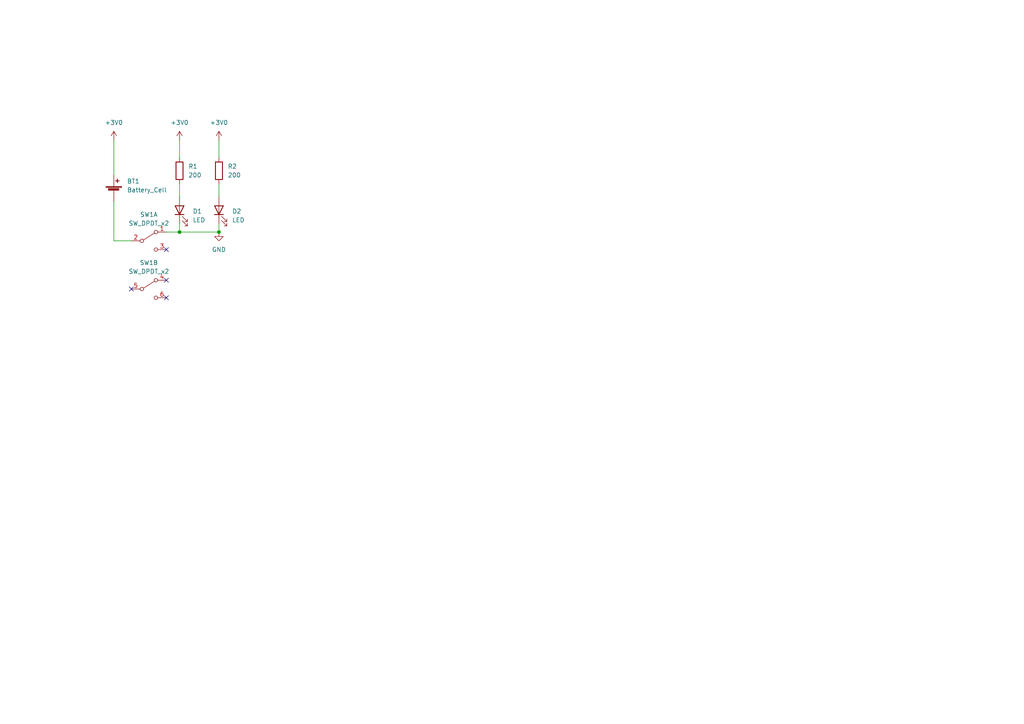
<source format=kicad_sch>
(kicad_sch (version 20211123) (generator eeschema)

  (uuid 8e6316ae-01b4-42c7-8c74-14f34d29463d)

  (paper "A4")

  (title_block
    (title "Lynx")
    (date "2023-09-08")
    (rev "v1.0")
    (company "Kaulquappe(ZTL)")
  )

  (lib_symbols
    (symbol "Device:Battery_Cell" (pin_numbers hide) (pin_names (offset 0) hide) (in_bom yes) (on_board yes)
      (property "Reference" "BT" (id 0) (at 2.54 2.54 0)
        (effects (font (size 1.27 1.27)) (justify left))
      )
      (property "Value" "Battery_Cell" (id 1) (at 2.54 0 0)
        (effects (font (size 1.27 1.27)) (justify left))
      )
      (property "Footprint" "" (id 2) (at 0 1.524 90)
        (effects (font (size 1.27 1.27)) hide)
      )
      (property "Datasheet" "~" (id 3) (at 0 1.524 90)
        (effects (font (size 1.27 1.27)) hide)
      )
      (property "ki_keywords" "battery cell" (id 4) (at 0 0 0)
        (effects (font (size 1.27 1.27)) hide)
      )
      (property "ki_description" "Single-cell battery" (id 5) (at 0 0 0)
        (effects (font (size 1.27 1.27)) hide)
      )
      (symbol "Battery_Cell_0_1"
        (rectangle (start -2.286 1.778) (end 2.286 1.524)
          (stroke (width 0) (type default) (color 0 0 0 0))
          (fill (type outline))
        )
        (rectangle (start -1.5748 1.1938) (end 1.4732 0.6858)
          (stroke (width 0) (type default) (color 0 0 0 0))
          (fill (type outline))
        )
        (polyline
          (pts
            (xy 0 0.762)
            (xy 0 0)
          )
          (stroke (width 0) (type default) (color 0 0 0 0))
          (fill (type none))
        )
        (polyline
          (pts
            (xy 0 1.778)
            (xy 0 2.54)
          )
          (stroke (width 0) (type default) (color 0 0 0 0))
          (fill (type none))
        )
        (polyline
          (pts
            (xy 0.508 3.429)
            (xy 1.524 3.429)
          )
          (stroke (width 0.254) (type default) (color 0 0 0 0))
          (fill (type none))
        )
        (polyline
          (pts
            (xy 1.016 3.937)
            (xy 1.016 2.921)
          )
          (stroke (width 0.254) (type default) (color 0 0 0 0))
          (fill (type none))
        )
      )
      (symbol "Battery_Cell_1_1"
        (pin passive line (at 0 5.08 270) (length 2.54)
          (name "+" (effects (font (size 1.27 1.27))))
          (number "1" (effects (font (size 1.27 1.27))))
        )
        (pin passive line (at 0 -2.54 90) (length 2.54)
          (name "-" (effects (font (size 1.27 1.27))))
          (number "2" (effects (font (size 1.27 1.27))))
        )
      )
    )
    (symbol "Device:LED" (pin_numbers hide) (pin_names (offset 1.016) hide) (in_bom yes) (on_board yes)
      (property "Reference" "D" (id 0) (at 0 2.54 0)
        (effects (font (size 1.27 1.27)))
      )
      (property "Value" "LED" (id 1) (at 0 -2.54 0)
        (effects (font (size 1.27 1.27)))
      )
      (property "Footprint" "" (id 2) (at 0 0 0)
        (effects (font (size 1.27 1.27)) hide)
      )
      (property "Datasheet" "~" (id 3) (at 0 0 0)
        (effects (font (size 1.27 1.27)) hide)
      )
      (property "ki_keywords" "LED diode" (id 4) (at 0 0 0)
        (effects (font (size 1.27 1.27)) hide)
      )
      (property "ki_description" "Light emitting diode" (id 5) (at 0 0 0)
        (effects (font (size 1.27 1.27)) hide)
      )
      (property "ki_fp_filters" "LED* LED_SMD:* LED_THT:*" (id 6) (at 0 0 0)
        (effects (font (size 1.27 1.27)) hide)
      )
      (symbol "LED_0_1"
        (polyline
          (pts
            (xy -1.27 -1.27)
            (xy -1.27 1.27)
          )
          (stroke (width 0.254) (type default) (color 0 0 0 0))
          (fill (type none))
        )
        (polyline
          (pts
            (xy -1.27 0)
            (xy 1.27 0)
          )
          (stroke (width 0) (type default) (color 0 0 0 0))
          (fill (type none))
        )
        (polyline
          (pts
            (xy 1.27 -1.27)
            (xy 1.27 1.27)
            (xy -1.27 0)
            (xy 1.27 -1.27)
          )
          (stroke (width 0.254) (type default) (color 0 0 0 0))
          (fill (type none))
        )
        (polyline
          (pts
            (xy -3.048 -0.762)
            (xy -4.572 -2.286)
            (xy -3.81 -2.286)
            (xy -4.572 -2.286)
            (xy -4.572 -1.524)
          )
          (stroke (width 0) (type default) (color 0 0 0 0))
          (fill (type none))
        )
        (polyline
          (pts
            (xy -1.778 -0.762)
            (xy -3.302 -2.286)
            (xy -2.54 -2.286)
            (xy -3.302 -2.286)
            (xy -3.302 -1.524)
          )
          (stroke (width 0) (type default) (color 0 0 0 0))
          (fill (type none))
        )
      )
      (symbol "LED_1_1"
        (pin passive line (at -3.81 0 0) (length 2.54)
          (name "K" (effects (font (size 1.27 1.27))))
          (number "1" (effects (font (size 1.27 1.27))))
        )
        (pin passive line (at 3.81 0 180) (length 2.54)
          (name "A" (effects (font (size 1.27 1.27))))
          (number "2" (effects (font (size 1.27 1.27))))
        )
      )
    )
    (symbol "Device:R" (pin_numbers hide) (pin_names (offset 0)) (in_bom yes) (on_board yes)
      (property "Reference" "R" (id 0) (at 2.032 0 90)
        (effects (font (size 1.27 1.27)))
      )
      (property "Value" "R" (id 1) (at 0 0 90)
        (effects (font (size 1.27 1.27)))
      )
      (property "Footprint" "" (id 2) (at -1.778 0 90)
        (effects (font (size 1.27 1.27)) hide)
      )
      (property "Datasheet" "~" (id 3) (at 0 0 0)
        (effects (font (size 1.27 1.27)) hide)
      )
      (property "ki_keywords" "R res resistor" (id 4) (at 0 0 0)
        (effects (font (size 1.27 1.27)) hide)
      )
      (property "ki_description" "Resistor" (id 5) (at 0 0 0)
        (effects (font (size 1.27 1.27)) hide)
      )
      (property "ki_fp_filters" "R_*" (id 6) (at 0 0 0)
        (effects (font (size 1.27 1.27)) hide)
      )
      (symbol "R_0_1"
        (rectangle (start -1.016 -2.54) (end 1.016 2.54)
          (stroke (width 0.254) (type default) (color 0 0 0 0))
          (fill (type none))
        )
      )
      (symbol "R_1_1"
        (pin passive line (at 0 3.81 270) (length 1.27)
          (name "~" (effects (font (size 1.27 1.27))))
          (number "1" (effects (font (size 1.27 1.27))))
        )
        (pin passive line (at 0 -3.81 90) (length 1.27)
          (name "~" (effects (font (size 1.27 1.27))))
          (number "2" (effects (font (size 1.27 1.27))))
        )
      )
    )
    (symbol "Switch:SW_DPDT_x2" (pin_names (offset 0) hide) (in_bom yes) (on_board yes)
      (property "Reference" "SW" (id 0) (at 0 4.318 0)
        (effects (font (size 1.27 1.27)))
      )
      (property "Value" "SW_DPDT_x2" (id 1) (at 0 -5.08 0)
        (effects (font (size 1.27 1.27)))
      )
      (property "Footprint" "" (id 2) (at 0 0 0)
        (effects (font (size 1.27 1.27)) hide)
      )
      (property "Datasheet" "~" (id 3) (at 0 0 0)
        (effects (font (size 1.27 1.27)) hide)
      )
      (property "ki_keywords" "switch dual-pole double-throw DPDT spdt ON-ON" (id 4) (at 0 0 0)
        (effects (font (size 1.27 1.27)) hide)
      )
      (property "ki_description" "Switch, dual pole double throw, separate symbols" (id 5) (at 0 0 0)
        (effects (font (size 1.27 1.27)) hide)
      )
      (property "ki_fp_filters" "SW*DPDT*" (id 6) (at 0 0 0)
        (effects (font (size 1.27 1.27)) hide)
      )
      (symbol "SW_DPDT_x2_0_0"
        (circle (center -2.032 0) (radius 0.508)
          (stroke (width 0) (type default) (color 0 0 0 0))
          (fill (type none))
        )
        (circle (center 2.032 -2.54) (radius 0.508)
          (stroke (width 0) (type default) (color 0 0 0 0))
          (fill (type none))
        )
      )
      (symbol "SW_DPDT_x2_0_1"
        (polyline
          (pts
            (xy -1.524 0.254)
            (xy 1.651 2.286)
          )
          (stroke (width 0) (type default) (color 0 0 0 0))
          (fill (type none))
        )
        (circle (center 2.032 2.54) (radius 0.508)
          (stroke (width 0) (type default) (color 0 0 0 0))
          (fill (type none))
        )
      )
      (symbol "SW_DPDT_x2_1_1"
        (pin passive line (at 5.08 2.54 180) (length 2.54)
          (name "A" (effects (font (size 1.27 1.27))))
          (number "1" (effects (font (size 1.27 1.27))))
        )
        (pin passive line (at -5.08 0 0) (length 2.54)
          (name "B" (effects (font (size 1.27 1.27))))
          (number "2" (effects (font (size 1.27 1.27))))
        )
        (pin passive line (at 5.08 -2.54 180) (length 2.54)
          (name "C" (effects (font (size 1.27 1.27))))
          (number "3" (effects (font (size 1.27 1.27))))
        )
      )
      (symbol "SW_DPDT_x2_2_1"
        (pin passive line (at 5.08 2.54 180) (length 2.54)
          (name "A" (effects (font (size 1.27 1.27))))
          (number "4" (effects (font (size 1.27 1.27))))
        )
        (pin passive line (at -5.08 0 0) (length 2.54)
          (name "B" (effects (font (size 1.27 1.27))))
          (number "5" (effects (font (size 1.27 1.27))))
        )
        (pin passive line (at 5.08 -2.54 180) (length 2.54)
          (name "C" (effects (font (size 1.27 1.27))))
          (number "6" (effects (font (size 1.27 1.27))))
        )
      )
    )
    (symbol "power:+3V0" (power) (pin_names (offset 0)) (in_bom yes) (on_board yes)
      (property "Reference" "#PWR" (id 0) (at 0 -3.81 0)
        (effects (font (size 1.27 1.27)) hide)
      )
      (property "Value" "+3V0" (id 1) (at 0 3.556 0)
        (effects (font (size 1.27 1.27)))
      )
      (property "Footprint" "" (id 2) (at 0 0 0)
        (effects (font (size 1.27 1.27)) hide)
      )
      (property "Datasheet" "" (id 3) (at 0 0 0)
        (effects (font (size 1.27 1.27)) hide)
      )
      (property "ki_keywords" "global power" (id 4) (at 0 0 0)
        (effects (font (size 1.27 1.27)) hide)
      )
      (property "ki_description" "Power symbol creates a global label with name \"+3V0\"" (id 5) (at 0 0 0)
        (effects (font (size 1.27 1.27)) hide)
      )
      (symbol "+3V0_0_1"
        (polyline
          (pts
            (xy -0.762 1.27)
            (xy 0 2.54)
          )
          (stroke (width 0) (type default) (color 0 0 0 0))
          (fill (type none))
        )
        (polyline
          (pts
            (xy 0 0)
            (xy 0 2.54)
          )
          (stroke (width 0) (type default) (color 0 0 0 0))
          (fill (type none))
        )
        (polyline
          (pts
            (xy 0 2.54)
            (xy 0.762 1.27)
          )
          (stroke (width 0) (type default) (color 0 0 0 0))
          (fill (type none))
        )
      )
      (symbol "+3V0_1_1"
        (pin power_in line (at 0 0 90) (length 0) hide
          (name "+3V0" (effects (font (size 1.27 1.27))))
          (number "1" (effects (font (size 1.27 1.27))))
        )
      )
    )
    (symbol "power:GND" (power) (pin_names (offset 0)) (in_bom yes) (on_board yes)
      (property "Reference" "#PWR" (id 0) (at 0 -6.35 0)
        (effects (font (size 1.27 1.27)) hide)
      )
      (property "Value" "GND" (id 1) (at 0 -3.81 0)
        (effects (font (size 1.27 1.27)))
      )
      (property "Footprint" "" (id 2) (at 0 0 0)
        (effects (font (size 1.27 1.27)) hide)
      )
      (property "Datasheet" "" (id 3) (at 0 0 0)
        (effects (font (size 1.27 1.27)) hide)
      )
      (property "ki_keywords" "global power" (id 4) (at 0 0 0)
        (effects (font (size 1.27 1.27)) hide)
      )
      (property "ki_description" "Power symbol creates a global label with name \"GND\" , ground" (id 5) (at 0 0 0)
        (effects (font (size 1.27 1.27)) hide)
      )
      (symbol "GND_0_1"
        (polyline
          (pts
            (xy 0 0)
            (xy 0 -1.27)
            (xy 1.27 -1.27)
            (xy 0 -2.54)
            (xy -1.27 -1.27)
            (xy 0 -1.27)
          )
          (stroke (width 0) (type default) (color 0 0 0 0))
          (fill (type none))
        )
      )
      (symbol "GND_1_1"
        (pin power_in line (at 0 0 270) (length 0) hide
          (name "GND" (effects (font (size 1.27 1.27))))
          (number "1" (effects (font (size 1.27 1.27))))
        )
      )
    )
  )

  (junction (at 52.07 67.31) (diameter 0) (color 0 0 0 0)
    (uuid 589bb1bc-e7ae-47cd-b66d-353305b57ca2)
  )
  (junction (at 63.5 67.31) (diameter 0) (color 0 0 0 0)
    (uuid 9bf70d89-e81d-451c-9813-c8a2ccb87384)
  )

  (no_connect (at 38.1 83.82) (uuid 040425e6-b4db-4401-a550-4c5b908015c4))
  (no_connect (at 48.26 86.36) (uuid 3e0f5489-9ec0-40ad-9b36-2e019fe86977))
  (no_connect (at 48.26 72.39) (uuid c7962d08-441f-419a-bd93-32ca9c22b3f6))
  (no_connect (at 48.26 81.28) (uuid d6812e65-e1f3-409a-a4c6-70c2303ea8bb))

  (wire (pts (xy 33.02 40.64) (xy 33.02 50.8))
    (stroke (width 0) (type default) (color 0 0 0 0))
    (uuid 0e6807cc-bd2e-4a98-8957-ab31652284d6)
  )
  (wire (pts (xy 33.02 58.42) (xy 33.02 69.85))
    (stroke (width 0) (type default) (color 0 0 0 0))
    (uuid 135012fe-03d7-4c58-929f-9cb0507f5272)
  )
  (wire (pts (xy 33.02 69.85) (xy 38.1 69.85))
    (stroke (width 0) (type default) (color 0 0 0 0))
    (uuid 4dadea99-01d1-415a-a4a9-1353783bcbce)
  )
  (wire (pts (xy 48.26 67.31) (xy 52.07 67.31))
    (stroke (width 0) (type default) (color 0 0 0 0))
    (uuid 54fa08f9-0c04-40bd-9f61-6af5b9b7b8d7)
  )
  (wire (pts (xy 52.07 53.34) (xy 52.07 57.15))
    (stroke (width 0) (type default) (color 0 0 0 0))
    (uuid 63e8af7e-219c-4a5e-8022-ea8a4678669b)
  )
  (wire (pts (xy 52.07 40.64) (xy 52.07 45.72))
    (stroke (width 0) (type default) (color 0 0 0 0))
    (uuid 7f2d6a10-0ad6-4fcd-bf63-a17e47f61c81)
  )
  (wire (pts (xy 63.5 67.31) (xy 63.5 64.77))
    (stroke (width 0) (type default) (color 0 0 0 0))
    (uuid 94561828-658f-474c-a29c-16f08dfa90f5)
  )
  (wire (pts (xy 52.07 67.31) (xy 63.5 67.31))
    (stroke (width 0) (type default) (color 0 0 0 0))
    (uuid 9b6e7805-3034-4a3b-9172-b63d0e3bacae)
  )
  (wire (pts (xy 52.07 67.31) (xy 52.07 64.77))
    (stroke (width 0) (type default) (color 0 0 0 0))
    (uuid 9c1c0366-6855-4f47-844f-2d22cc5b233e)
  )
  (wire (pts (xy 63.5 40.64) (xy 63.5 45.72))
    (stroke (width 0) (type default) (color 0 0 0 0))
    (uuid b1bceae2-ec2b-49bb-bf75-fc3513ca0849)
  )
  (wire (pts (xy 63.5 53.34) (xy 63.5 57.15))
    (stroke (width 0) (type default) (color 0 0 0 0))
    (uuid bd4f26a6-5fb7-4ee0-9336-6a0949598dff)
  )

  (symbol (lib_id "power:+3V0") (at 63.5 40.64 0) (unit 1)
    (in_bom yes) (on_board yes) (fields_autoplaced)
    (uuid 01e4ec0b-fb70-4276-8568-b68d116e4e9a)
    (property "Reference" "#PWR04" (id 0) (at 63.5 44.45 0)
      (effects (font (size 1.27 1.27)) hide)
    )
    (property "Value" "+3V0" (id 1) (at 63.5 35.56 0))
    (property "Footprint" "" (id 2) (at 63.5 40.64 0)
      (effects (font (size 1.27 1.27)) hide)
    )
    (property "Datasheet" "" (id 3) (at 63.5 40.64 0)
      (effects (font (size 1.27 1.27)) hide)
    )
    (pin "1" (uuid 1a3b0b6f-839d-4057-8b3a-c61a3df84912))
  )

  (symbol (lib_id "power:GND") (at 63.5 67.31 0) (unit 1)
    (in_bom yes) (on_board yes) (fields_autoplaced)
    (uuid 2a430fb3-6b63-4947-960b-9af6b7cc906f)
    (property "Reference" "#PWR01" (id 0) (at 63.5 73.66 0)
      (effects (font (size 1.27 1.27)) hide)
    )
    (property "Value" "GND" (id 1) (at 63.5 72.39 0))
    (property "Footprint" "" (id 2) (at 63.5 67.31 0)
      (effects (font (size 1.27 1.27)) hide)
    )
    (property "Datasheet" "" (id 3) (at 63.5 67.31 0)
      (effects (font (size 1.27 1.27)) hide)
    )
    (pin "1" (uuid 31579c87-a986-4a76-b257-ba75551e0bc7))
  )

  (symbol (lib_id "power:+3V0") (at 33.02 40.64 0) (unit 1)
    (in_bom yes) (on_board yes) (fields_autoplaced)
    (uuid 38a481ed-793a-439f-acf9-990b79c31c16)
    (property "Reference" "#PWR02" (id 0) (at 33.02 44.45 0)
      (effects (font (size 1.27 1.27)) hide)
    )
    (property "Value" "+3V0" (id 1) (at 33.02 35.56 0))
    (property "Footprint" "" (id 2) (at 33.02 40.64 0)
      (effects (font (size 1.27 1.27)) hide)
    )
    (property "Datasheet" "" (id 3) (at 33.02 40.64 0)
      (effects (font (size 1.27 1.27)) hide)
    )
    (pin "1" (uuid 6e9e8d23-2f3e-4bc2-930c-b1b4b7542a71))
  )

  (symbol (lib_id "Device:R") (at 52.07 49.53 0) (unit 1)
    (in_bom yes) (on_board yes) (fields_autoplaced)
    (uuid 53400b68-2697-44bc-8ec7-279fb8c28840)
    (property "Reference" "R1" (id 0) (at 54.61 48.2599 0)
      (effects (font (size 1.27 1.27)) (justify left))
    )
    (property "Value" "200" (id 1) (at 54.61 50.7999 0)
      (effects (font (size 1.27 1.27)) (justify left))
    )
    (property "Footprint" "Resistor_SMD:R_1210_3225Metric_Pad1.30x2.65mm_HandSolder" (id 2) (at 50.292 49.53 90)
      (effects (font (size 1.27 1.27)) hide)
    )
    (property "Datasheet" "~" (id 3) (at 52.07 49.53 0)
      (effects (font (size 1.27 1.27)) hide)
    )
    (pin "1" (uuid b427dd9c-d31e-46bc-9878-26bc068d72be))
    (pin "2" (uuid 4d4f959b-2e3f-4be2-b55b-3c10a744079b))
  )

  (symbol (lib_id "power:+3V0") (at 52.07 40.64 0) (unit 1)
    (in_bom yes) (on_board yes) (fields_autoplaced)
    (uuid 6392d595-443a-4014-8c84-7f31be6c9c81)
    (property "Reference" "#PWR03" (id 0) (at 52.07 44.45 0)
      (effects (font (size 1.27 1.27)) hide)
    )
    (property "Value" "+3V0" (id 1) (at 52.07 35.56 0))
    (property "Footprint" "" (id 2) (at 52.07 40.64 0)
      (effects (font (size 1.27 1.27)) hide)
    )
    (property "Datasheet" "" (id 3) (at 52.07 40.64 0)
      (effects (font (size 1.27 1.27)) hide)
    )
    (pin "1" (uuid 44a568d8-b340-46d2-a4eb-621ffa679a77))
  )

  (symbol (lib_id "Device:R") (at 63.5 49.53 0) (unit 1)
    (in_bom yes) (on_board yes) (fields_autoplaced)
    (uuid 8208897b-5efb-48a0-8726-958a9b7850a8)
    (property "Reference" "R2" (id 0) (at 66.04 48.2599 0)
      (effects (font (size 1.27 1.27)) (justify left))
    )
    (property "Value" "200" (id 1) (at 66.04 50.7999 0)
      (effects (font (size 1.27 1.27)) (justify left))
    )
    (property "Footprint" "Resistor_SMD:R_1210_3225Metric_Pad1.30x2.65mm_HandSolder" (id 2) (at 61.722 49.53 90)
      (effects (font (size 1.27 1.27)) hide)
    )
    (property "Datasheet" "~" (id 3) (at 63.5 49.53 0)
      (effects (font (size 1.27 1.27)) hide)
    )
    (pin "1" (uuid fd146154-e4ba-49a4-9c84-0bedf5575039))
    (pin "2" (uuid 9098694f-be42-4181-986b-b1f6ebaaf201))
  )

  (symbol (lib_id "Device:Battery_Cell") (at 33.02 55.88 0) (unit 1)
    (in_bom yes) (on_board yes) (fields_autoplaced)
    (uuid b25e8cbb-aad8-40f1-83d1-208d208102f3)
    (property "Reference" "BT1" (id 0) (at 36.83 52.5779 0)
      (effects (font (size 1.27 1.27)) (justify left))
    )
    (property "Value" "Battery_Cell" (id 1) (at 36.83 55.1179 0)
      (effects (font (size 1.27 1.27)) (justify left))
    )
    (property "Footprint" "Battery:BatteryHolder_Keystone_1060_1x2032" (id 2) (at 33.02 54.356 90)
      (effects (font (size 1.27 1.27)) hide)
    )
    (property "Datasheet" "~" (id 3) (at 33.02 54.356 90)
      (effects (font (size 1.27 1.27)) hide)
    )
    (pin "1" (uuid 61ccd46d-5af2-4693-9f60-2b2bba29990f))
    (pin "2" (uuid 4288bd47-5e12-47a2-8ac4-c5be98896717))
  )

  (symbol (lib_id "Device:LED") (at 52.07 60.96 90) (unit 1)
    (in_bom yes) (on_board yes) (fields_autoplaced)
    (uuid b2929914-8e63-49d3-a34c-28be9125aa25)
    (property "Reference" "D1" (id 0) (at 55.88 61.2774 90)
      (effects (font (size 1.27 1.27)) (justify right))
    )
    (property "Value" "LED" (id 1) (at 55.88 63.8174 90)
      (effects (font (size 1.27 1.27)) (justify right))
    )
    (property "Footprint" "LED_SMD:LED_1210_3225Metric_Pad1.42x2.65mm_HandSolder" (id 2) (at 52.07 60.96 0)
      (effects (font (size 1.27 1.27)) hide)
    )
    (property "Datasheet" "~" (id 3) (at 52.07 60.96 0)
      (effects (font (size 1.27 1.27)) hide)
    )
    (pin "1" (uuid c23dcedd-fca3-43ad-9a35-415338b61f48))
    (pin "2" (uuid ff81f0dc-2b56-491f-a281-89eea2a23501))
  )

  (symbol (lib_id "Switch:SW_DPDT_x2") (at 43.18 69.85 0) (unit 1)
    (in_bom yes) (on_board yes) (fields_autoplaced)
    (uuid bb3616be-c4d0-4d1a-ba42-12be3fa918b9)
    (property "Reference" "SW1" (id 0) (at 43.18 62.23 0))
    (property "Value" "SW_DPDT_x2" (id 1) (at 43.18 64.77 0))
    (property "Footprint" "MSS22D18G2:MSS22D18G2" (id 2) (at 43.18 69.85 0)
      (effects (font (size 1.27 1.27)) hide)
    )
    (property "Datasheet" "~" (id 3) (at 43.18 69.85 0)
      (effects (font (size 1.27 1.27)) hide)
    )
    (pin "1" (uuid bcba224d-4963-4071-af80-f7ce98b90908))
    (pin "2" (uuid ea8bfbdd-963c-4ab0-8ce8-c4c672bfc9ae))
    (pin "3" (uuid 7f807e91-e105-4254-a950-9e21aed103f9))
    (pin "4" (uuid 5b449391-b98b-41d2-b630-11cba1bc2635))
    (pin "5" (uuid 6609dc75-dbfc-4b2e-beda-17a5d4cff46f))
    (pin "6" (uuid 475e05de-3631-4c64-a326-a7b13ab0de20))
  )

  (symbol (lib_id "Device:LED") (at 63.5 60.96 90) (unit 1)
    (in_bom yes) (on_board yes) (fields_autoplaced)
    (uuid bc2429f2-cec8-4198-8dcc-8cd65c5ab91f)
    (property "Reference" "D2" (id 0) (at 67.31 61.2774 90)
      (effects (font (size 1.27 1.27)) (justify right))
    )
    (property "Value" "LED" (id 1) (at 67.31 63.8174 90)
      (effects (font (size 1.27 1.27)) (justify right))
    )
    (property "Footprint" "LED_SMD:LED_1210_3225Metric_Pad1.42x2.65mm_HandSolder" (id 2) (at 63.5 60.96 0)
      (effects (font (size 1.27 1.27)) hide)
    )
    (property "Datasheet" "~" (id 3) (at 63.5 60.96 0)
      (effects (font (size 1.27 1.27)) hide)
    )
    (pin "1" (uuid 52818f1a-067d-4998-b9d4-d60c4d9d7c66))
    (pin "2" (uuid e09070a0-a9d8-4b98-8f4f-b9d6c9184452))
  )

  (symbol (lib_id "Switch:SW_DPDT_x2") (at 43.18 83.82 0) (unit 2)
    (in_bom yes) (on_board yes) (fields_autoplaced)
    (uuid c4ea8c7b-f2d9-4ecf-9c5b-49e98d311577)
    (property "Reference" "SW1" (id 0) (at 43.18 76.2 0))
    (property "Value" "SW_DPDT_x2" (id 1) (at 43.18 78.74 0))
    (property "Footprint" "MSS22D18G2:MSS22D18G2" (id 2) (at 43.18 83.82 0)
      (effects (font (size 1.27 1.27)) hide)
    )
    (property "Datasheet" "~" (id 3) (at 43.18 83.82 0)
      (effects (font (size 1.27 1.27)) hide)
    )
    (pin "1" (uuid 7dbbe35a-a02e-4100-983f-e8d6e688b564))
    (pin "2" (uuid c07cf90b-13f5-4d87-9c96-a67243855c09))
    (pin "3" (uuid e4d59f55-1fa3-4f43-af88-d0c61c5af724))
    (pin "4" (uuid 5b449391-b98b-41d2-b630-11cba1bc2636))
    (pin "5" (uuid 6609dc75-dbfc-4b2e-beda-17a5d4cff470))
    (pin "6" (uuid 475e05de-3631-4c64-a326-a7b13ab0de21))
  )

  (sheet_instances
    (path "/" (page "1"))
  )

  (symbol_instances
    (path "/2a430fb3-6b63-4947-960b-9af6b7cc906f"
      (reference "#PWR01") (unit 1) (value "GND") (footprint "")
    )
    (path "/38a481ed-793a-439f-acf9-990b79c31c16"
      (reference "#PWR02") (unit 1) (value "+3V0") (footprint "")
    )
    (path "/6392d595-443a-4014-8c84-7f31be6c9c81"
      (reference "#PWR03") (unit 1) (value "+3V0") (footprint "")
    )
    (path "/01e4ec0b-fb70-4276-8568-b68d116e4e9a"
      (reference "#PWR04") (unit 1) (value "+3V0") (footprint "")
    )
    (path "/b25e8cbb-aad8-40f1-83d1-208d208102f3"
      (reference "BT1") (unit 1) (value "Battery_Cell") (footprint "Battery:BatteryHolder_Keystone_1060_1x2032")
    )
    (path "/b2929914-8e63-49d3-a34c-28be9125aa25"
      (reference "D1") (unit 1) (value "LED") (footprint "LED_SMD:LED_1210_3225Metric_Pad1.42x2.65mm_HandSolder")
    )
    (path "/bc2429f2-cec8-4198-8dcc-8cd65c5ab91f"
      (reference "D2") (unit 1) (value "LED") (footprint "LED_SMD:LED_1210_3225Metric_Pad1.42x2.65mm_HandSolder")
    )
    (path "/53400b68-2697-44bc-8ec7-279fb8c28840"
      (reference "R1") (unit 1) (value "200") (footprint "Resistor_SMD:R_1210_3225Metric_Pad1.30x2.65mm_HandSolder")
    )
    (path "/8208897b-5efb-48a0-8726-958a9b7850a8"
      (reference "R2") (unit 1) (value "200") (footprint "Resistor_SMD:R_1210_3225Metric_Pad1.30x2.65mm_HandSolder")
    )
    (path "/bb3616be-c4d0-4d1a-ba42-12be3fa918b9"
      (reference "SW1") (unit 1) (value "SW_DPDT_x2") (footprint "MSS22D18G2:MSS22D18G2")
    )
    (path "/c4ea8c7b-f2d9-4ecf-9c5b-49e98d311577"
      (reference "SW1") (unit 2) (value "SW_DPDT_x2") (footprint "MSS22D18G2:MSS22D18G2")
    )
  )
)

</source>
